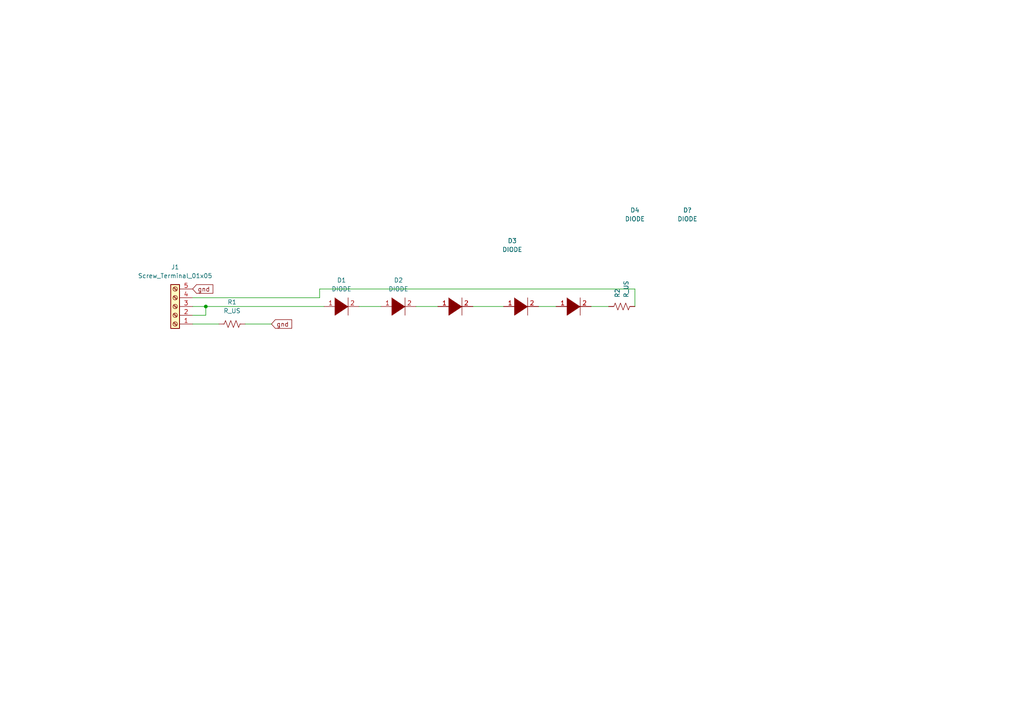
<source format=kicad_sch>
(kicad_sch (version 20211123) (generator eeschema)

  (uuid c5340805-8673-4147-9754-3e23fa1c00b8)

  (paper "A4")

  (lib_symbols
    (symbol "Connector:Screw_Terminal_01x05" (pin_names (offset 1.016) hide) (in_bom yes) (on_board yes)
      (property "Reference" "J" (id 0) (at 0 7.62 0)
        (effects (font (size 1.27 1.27)))
      )
      (property "Value" "Screw_Terminal_01x05" (id 1) (at 0 -7.62 0)
        (effects (font (size 1.27 1.27)))
      )
      (property "Footprint" "" (id 2) (at 0 0 0)
        (effects (font (size 1.27 1.27)) hide)
      )
      (property "Datasheet" "~" (id 3) (at 0 0 0)
        (effects (font (size 1.27 1.27)) hide)
      )
      (property "ki_keywords" "screw terminal" (id 4) (at 0 0 0)
        (effects (font (size 1.27 1.27)) hide)
      )
      (property "ki_description" "Generic screw terminal, single row, 01x05, script generated (kicad-library-utils/schlib/autogen/connector/)" (id 5) (at 0 0 0)
        (effects (font (size 1.27 1.27)) hide)
      )
      (property "ki_fp_filters" "TerminalBlock*:*" (id 6) (at 0 0 0)
        (effects (font (size 1.27 1.27)) hide)
      )
      (symbol "Screw_Terminal_01x05_1_1"
        (rectangle (start -1.27 6.35) (end 1.27 -6.35)
          (stroke (width 0.254) (type default) (color 0 0 0 0))
          (fill (type background))
        )
        (circle (center 0 -5.08) (radius 0.635)
          (stroke (width 0.1524) (type default) (color 0 0 0 0))
          (fill (type none))
        )
        (circle (center 0 -2.54) (radius 0.635)
          (stroke (width 0.1524) (type default) (color 0 0 0 0))
          (fill (type none))
        )
        (polyline
          (pts
            (xy -0.5334 -4.7498)
            (xy 0.3302 -5.588)
          )
          (stroke (width 0.1524) (type default) (color 0 0 0 0))
          (fill (type none))
        )
        (polyline
          (pts
            (xy -0.5334 -2.2098)
            (xy 0.3302 -3.048)
          )
          (stroke (width 0.1524) (type default) (color 0 0 0 0))
          (fill (type none))
        )
        (polyline
          (pts
            (xy -0.5334 0.3302)
            (xy 0.3302 -0.508)
          )
          (stroke (width 0.1524) (type default) (color 0 0 0 0))
          (fill (type none))
        )
        (polyline
          (pts
            (xy -0.5334 2.8702)
            (xy 0.3302 2.032)
          )
          (stroke (width 0.1524) (type default) (color 0 0 0 0))
          (fill (type none))
        )
        (polyline
          (pts
            (xy -0.5334 5.4102)
            (xy 0.3302 4.572)
          )
          (stroke (width 0.1524) (type default) (color 0 0 0 0))
          (fill (type none))
        )
        (polyline
          (pts
            (xy -0.3556 -4.572)
            (xy 0.508 -5.4102)
          )
          (stroke (width 0.1524) (type default) (color 0 0 0 0))
          (fill (type none))
        )
        (polyline
          (pts
            (xy -0.3556 -2.032)
            (xy 0.508 -2.8702)
          )
          (stroke (width 0.1524) (type default) (color 0 0 0 0))
          (fill (type none))
        )
        (polyline
          (pts
            (xy -0.3556 0.508)
            (xy 0.508 -0.3302)
          )
          (stroke (width 0.1524) (type default) (color 0 0 0 0))
          (fill (type none))
        )
        (polyline
          (pts
            (xy -0.3556 3.048)
            (xy 0.508 2.2098)
          )
          (stroke (width 0.1524) (type default) (color 0 0 0 0))
          (fill (type none))
        )
        (polyline
          (pts
            (xy -0.3556 5.588)
            (xy 0.508 4.7498)
          )
          (stroke (width 0.1524) (type default) (color 0 0 0 0))
          (fill (type none))
        )
        (circle (center 0 0) (radius 0.635)
          (stroke (width 0.1524) (type default) (color 0 0 0 0))
          (fill (type none))
        )
        (circle (center 0 2.54) (radius 0.635)
          (stroke (width 0.1524) (type default) (color 0 0 0 0))
          (fill (type none))
        )
        (circle (center 0 5.08) (radius 0.635)
          (stroke (width 0.1524) (type default) (color 0 0 0 0))
          (fill (type none))
        )
        (pin passive line (at -5.08 5.08 0) (length 3.81)
          (name "Pin_1" (effects (font (size 1.27 1.27))))
          (number "1" (effects (font (size 1.27 1.27))))
        )
        (pin passive line (at -5.08 2.54 0) (length 3.81)
          (name "Pin_2" (effects (font (size 1.27 1.27))))
          (number "2" (effects (font (size 1.27 1.27))))
        )
        (pin passive line (at -5.08 0 0) (length 3.81)
          (name "Pin_3" (effects (font (size 1.27 1.27))))
          (number "3" (effects (font (size 1.27 1.27))))
        )
        (pin passive line (at -5.08 -2.54 0) (length 3.81)
          (name "Pin_4" (effects (font (size 1.27 1.27))))
          (number "4" (effects (font (size 1.27 1.27))))
        )
        (pin passive line (at -5.08 -5.08 0) (length 3.81)
          (name "Pin_5" (effects (font (size 1.27 1.27))))
          (number "5" (effects (font (size 1.27 1.27))))
        )
      )
    )
    (symbol "Device:R_US" (pin_numbers hide) (pin_names (offset 0)) (in_bom yes) (on_board yes)
      (property "Reference" "R" (id 0) (at 2.54 0 90)
        (effects (font (size 1.27 1.27)))
      )
      (property "Value" "R_US" (id 1) (at -2.54 0 90)
        (effects (font (size 1.27 1.27)))
      )
      (property "Footprint" "" (id 2) (at 1.016 -0.254 90)
        (effects (font (size 1.27 1.27)) hide)
      )
      (property "Datasheet" "~" (id 3) (at 0 0 0)
        (effects (font (size 1.27 1.27)) hide)
      )
      (property "ki_keywords" "R res resistor" (id 4) (at 0 0 0)
        (effects (font (size 1.27 1.27)) hide)
      )
      (property "ki_description" "Resistor, US symbol" (id 5) (at 0 0 0)
        (effects (font (size 1.27 1.27)) hide)
      )
      (property "ki_fp_filters" "R_*" (id 6) (at 0 0 0)
        (effects (font (size 1.27 1.27)) hide)
      )
      (symbol "R_US_0_1"
        (polyline
          (pts
            (xy 0 -2.286)
            (xy 0 -2.54)
          )
          (stroke (width 0) (type default) (color 0 0 0 0))
          (fill (type none))
        )
        (polyline
          (pts
            (xy 0 2.286)
            (xy 0 2.54)
          )
          (stroke (width 0) (type default) (color 0 0 0 0))
          (fill (type none))
        )
        (polyline
          (pts
            (xy 0 -0.762)
            (xy 1.016 -1.143)
            (xy 0 -1.524)
            (xy -1.016 -1.905)
            (xy 0 -2.286)
          )
          (stroke (width 0) (type default) (color 0 0 0 0))
          (fill (type none))
        )
        (polyline
          (pts
            (xy 0 0.762)
            (xy 1.016 0.381)
            (xy 0 0)
            (xy -1.016 -0.381)
            (xy 0 -0.762)
          )
          (stroke (width 0) (type default) (color 0 0 0 0))
          (fill (type none))
        )
        (polyline
          (pts
            (xy 0 2.286)
            (xy 1.016 1.905)
            (xy 0 1.524)
            (xy -1.016 1.143)
            (xy 0 0.762)
          )
          (stroke (width 0) (type default) (color 0 0 0 0))
          (fill (type none))
        )
      )
      (symbol "R_US_1_1"
        (pin passive line (at 0 3.81 270) (length 1.27)
          (name "~" (effects (font (size 1.27 1.27))))
          (number "1" (effects (font (size 1.27 1.27))))
        )
        (pin passive line (at 0 -3.81 90) (length 1.27)
          (name "~" (effects (font (size 1.27 1.27))))
          (number "2" (effects (font (size 1.27 1.27))))
        )
      )
    )
    (symbol "pspice:DIODE" (pin_names (offset 1.016) hide) (in_bom yes) (on_board yes)
      (property "Reference" "D" (id 0) (at 0 3.81 0)
        (effects (font (size 1.27 1.27)))
      )
      (property "Value" "DIODE" (id 1) (at 0 -4.445 0)
        (effects (font (size 1.27 1.27)))
      )
      (property "Footprint" "" (id 2) (at 0 0 0)
        (effects (font (size 1.27 1.27)) hide)
      )
      (property "Datasheet" "~" (id 3) (at 0 0 0)
        (effects (font (size 1.27 1.27)) hide)
      )
      (property "ki_keywords" "simulation" (id 4) (at 0 0 0)
        (effects (font (size 1.27 1.27)) hide)
      )
      (property "ki_description" "Diode symbol for simulation only. Pin order incompatible with official kicad footprints" (id 5) (at 0 0 0)
        (effects (font (size 1.27 1.27)) hide)
      )
      (symbol "DIODE_0_1"
        (polyline
          (pts
            (xy 1.905 2.54)
            (xy 1.905 -2.54)
          )
          (stroke (width 0) (type default) (color 0 0 0 0))
          (fill (type none))
        )
        (polyline
          (pts
            (xy -1.905 2.54)
            (xy -1.905 -2.54)
            (xy 1.905 0)
          )
          (stroke (width 0) (type default) (color 0 0 0 0))
          (fill (type outline))
        )
      )
      (symbol "DIODE_1_1"
        (pin input line (at -5.08 0 0) (length 3.81)
          (name "K" (effects (font (size 1.27 1.27))))
          (number "1" (effects (font (size 1.27 1.27))))
        )
        (pin input line (at 5.08 0 180) (length 3.81)
          (name "A" (effects (font (size 1.27 1.27))))
          (number "2" (effects (font (size 1.27 1.27))))
        )
      )
    )
  )

  (junction (at 59.69 88.9) (diameter 0) (color 0 0 0 0)
    (uuid 7da66639-ef47-41f3-ba20-e75d25c7f3e6)
  )

  (wire (pts (xy 93.98 88.9) (xy 59.69 88.9))
    (stroke (width 0) (type default) (color 0 0 0 0))
    (uuid 02854666-19c1-40f6-9d44-1b2b07774a41)
  )
  (wire (pts (xy 55.88 86.36) (xy 92.71 86.36))
    (stroke (width 0) (type default) (color 0 0 0 0))
    (uuid 1bf96a85-db2c-428f-b3e6-2ef7f8f02eaf)
  )
  (wire (pts (xy 137.16 88.9) (xy 146.05 88.9))
    (stroke (width 0) (type default) (color 0 0 0 0))
    (uuid 224e82a4-e0d0-4f92-91cb-f63960663a3a)
  )
  (wire (pts (xy 171.45 88.9) (xy 176.53 88.9))
    (stroke (width 0) (type default) (color 0 0 0 0))
    (uuid 4eae0c94-f2a9-408f-979e-dae99e4b6922)
  )
  (wire (pts (xy 92.71 83.82) (xy 92.71 86.36))
    (stroke (width 0) (type default) (color 0 0 0 0))
    (uuid 51289f04-6d4d-4f87-961a-da88f7f98eea)
  )
  (wire (pts (xy 59.69 91.44) (xy 59.69 88.9))
    (stroke (width 0) (type default) (color 0 0 0 0))
    (uuid 53239e81-cd91-4d97-8177-5f361cde69fa)
  )
  (wire (pts (xy 71.12 93.98) (xy 78.74 93.98))
    (stroke (width 0) (type default) (color 0 0 0 0))
    (uuid 5cce729a-6f1a-468f-a25a-a3d4c2d5e6c6)
  )
  (wire (pts (xy 156.21 88.9) (xy 161.29 88.9))
    (stroke (width 0) (type default) (color 0 0 0 0))
    (uuid 6716a9a6-43a6-4a43-bfcb-7890682a3004)
  )
  (wire (pts (xy 92.71 83.82) (xy 184.15 83.82))
    (stroke (width 0) (type default) (color 0 0 0 0))
    (uuid 7965e2c5-5327-471a-aa3b-67191fddcd81)
  )
  (wire (pts (xy 55.88 93.98) (xy 63.5 93.98))
    (stroke (width 0) (type default) (color 0 0 0 0))
    (uuid 9578322f-ed0c-467c-b20d-41b26c1bf75f)
  )
  (wire (pts (xy 104.14 88.9) (xy 110.49 88.9))
    (stroke (width 0) (type default) (color 0 0 0 0))
    (uuid 98dd5110-a7e1-4683-b7d8-2cdf9cd2c1dd)
  )
  (wire (pts (xy 59.69 88.9) (xy 55.88 88.9))
    (stroke (width 0) (type default) (color 0 0 0 0))
    (uuid b3491d03-08e5-459c-8566-cef2baea89ea)
  )
  (wire (pts (xy 184.15 88.9) (xy 184.15 83.82))
    (stroke (width 0) (type default) (color 0 0 0 0))
    (uuid ba33f23b-b6a7-41b5-a1c4-10bcb1e9cd8b)
  )
  (wire (pts (xy 55.88 91.44) (xy 59.69 91.44))
    (stroke (width 0) (type default) (color 0 0 0 0))
    (uuid fcf8b2e8-1378-4ba1-8d28-467798e112c5)
  )
  (wire (pts (xy 120.65 88.9) (xy 127 88.9))
    (stroke (width 0) (type default) (color 0 0 0 0))
    (uuid fdd5c07c-2a90-4128-a407-017208bee323)
  )

  (global_label "gnd" (shape input) (at 55.88 83.82 0) (fields_autoplaced)
    (effects (font (size 1.27 1.27)) (justify left))
    (uuid 288490b1-42a3-4f12-bfc5-65daae3c3e54)
    (property "Intersheet References" "${INTERSHEET_REFS}" (id 0) (at 61.7402 83.7406 0)
      (effects (font (size 1.27 1.27)) (justify left) hide)
    )
  )
  (global_label "gnd" (shape input) (at 78.74 93.98 0) (fields_autoplaced)
    (effects (font (size 1.27 1.27)) (justify left))
    (uuid bbbe7e6c-ef6f-4036-a108-2de15e202d9d)
    (property "Intersheet References" "${INTERSHEET_REFS}" (id 0) (at 84.6002 93.9006 0)
      (effects (font (size 1.27 1.27)) (justify left) hide)
    )
  )

  (symbol (lib_id "pspice:DIODE") (at 151.13 88.9 0) (unit 1)
    (in_bom yes) (on_board yes)
    (uuid 0bb5d674-6add-4705-865e-b404d9435e7b)
    (property "Reference" "D4" (id 0) (at 184.15 60.96 0))
    (property "Value" "DIODE" (id 1) (at 184.15 63.5 0))
    (property "Footprint" "Diode_THT:D_DO-35_SOD27_P7.62mm_Horizontal" (id 2) (at 151.13 88.9 0)
      (effects (font (size 1.27 1.27)) hide)
    )
    (property "Datasheet" "~" (id 3) (at 151.13 88.9 0)
      (effects (font (size 1.27 1.27)) hide)
    )
    (pin "1" (uuid d072cf1f-4b81-406d-9856-daafe2f9b8d0))
    (pin "2" (uuid 69b3cfa3-5ce9-4efa-b605-e3af6b8755f4))
  )

  (symbol (lib_id "pspice:DIODE") (at 99.06 88.9 0) (unit 1)
    (in_bom yes) (on_board yes) (fields_autoplaced)
    (uuid 2b25a779-9f0c-4073-8c32-afc3d4bce258)
    (property "Reference" "D1" (id 0) (at 99.06 81.28 0))
    (property "Value" "DIODE" (id 1) (at 99.06 83.82 0))
    (property "Footprint" "Diode_THT:D_DO-35_SOD27_P7.62mm_Horizontal" (id 2) (at 99.06 88.9 0)
      (effects (font (size 1.27 1.27)) hide)
    )
    (property "Datasheet" "~" (id 3) (at 99.06 88.9 0)
      (effects (font (size 1.27 1.27)) hide)
    )
    (pin "1" (uuid 0470482c-ab37-4309-ae25-7bb25ca29249))
    (pin "2" (uuid c76b1ff6-475a-4146-b64d-54f56720d442))
  )

  (symbol (lib_id "Device:R_US") (at 67.31 93.98 90) (unit 1)
    (in_bom yes) (on_board yes) (fields_autoplaced)
    (uuid 78d62dff-38f2-4765-b98d-190ab6963a53)
    (property "Reference" "R1" (id 0) (at 67.31 87.63 90))
    (property "Value" "R_US" (id 1) (at 67.31 90.17 90))
    (property "Footprint" "Resistor_THT:R_Axial_DIN0207_L6.3mm_D2.5mm_P10.16mm_Horizontal" (id 2) (at 67.564 92.964 90)
      (effects (font (size 1.27 1.27)) hide)
    )
    (property "Datasheet" "~" (id 3) (at 67.31 93.98 0)
      (effects (font (size 1.27 1.27)) hide)
    )
    (pin "1" (uuid 2f05ec73-d645-4e9f-bf2b-d8b513817717))
    (pin "2" (uuid cdc64560-bc74-4492-a551-a453f166d85e))
  )

  (symbol (lib_id "pspice:DIODE") (at 132.08 88.9 0) (unit 1)
    (in_bom yes) (on_board yes)
    (uuid 85bf17df-47ff-4f5e-a410-2679c7b6baa7)
    (property "Reference" "D3" (id 0) (at 148.59 69.85 0))
    (property "Value" "DIODE" (id 1) (at 148.59 72.39 0))
    (property "Footprint" "Diode_THT:D_DO-35_SOD27_P7.62mm_Horizontal" (id 2) (at 132.08 88.9 0)
      (effects (font (size 1.27 1.27)) hide)
    )
    (property "Datasheet" "~" (id 3) (at 132.08 88.9 0)
      (effects (font (size 1.27 1.27)) hide)
    )
    (pin "1" (uuid 61494bea-98ea-4e94-8c59-f1cac06edb5b))
    (pin "2" (uuid 55762a29-9d7e-4118-84ea-66bbdc773016))
  )

  (symbol (lib_id "pspice:DIODE") (at 115.57 88.9 0) (unit 1)
    (in_bom yes) (on_board yes) (fields_autoplaced)
    (uuid b43471ab-039b-4a8b-9f91-91657bbeef11)
    (property "Reference" "D2" (id 0) (at 115.57 81.28 0))
    (property "Value" "DIODE" (id 1) (at 115.57 83.82 0))
    (property "Footprint" "Diode_THT:D_DO-35_SOD27_P7.62mm_Horizontal" (id 2) (at 115.57 88.9 0)
      (effects (font (size 1.27 1.27)) hide)
    )
    (property "Datasheet" "~" (id 3) (at 115.57 88.9 0)
      (effects (font (size 1.27 1.27)) hide)
    )
    (pin "1" (uuid 4a6419c0-f977-40d5-8c53-59f4e159b18b))
    (pin "2" (uuid 2619fbce-4c65-43ca-8c44-47b1e054f167))
  )

  (symbol (lib_id "pspice:DIODE") (at 166.37 88.9 0) (unit 1)
    (in_bom yes) (on_board yes)
    (uuid e09c66ce-f69b-45b2-bdcf-18ee1b949273)
    (property "Reference" "D?" (id 0) (at 199.39 60.96 0))
    (property "Value" "DIODE" (id 1) (at 199.39 63.5 0))
    (property "Footprint" "Diode_THT:D_DO-35_SOD27_P7.62mm_Horizontal" (id 2) (at 166.37 88.9 0)
      (effects (font (size 1.27 1.27)) hide)
    )
    (property "Datasheet" "~" (id 3) (at 166.37 88.9 0)
      (effects (font (size 1.27 1.27)) hide)
    )
    (pin "1" (uuid 9098163a-f386-4b06-b41e-9a60ed10b75c))
    (pin "2" (uuid e7f3ebbb-ba41-4a0d-a895-4e00d4e42a54))
  )

  (symbol (lib_id "Device:R_US") (at 180.34 88.9 90) (unit 1)
    (in_bom yes) (on_board yes) (fields_autoplaced)
    (uuid ec41f08a-dea9-4b2a-91fc-593e5a125909)
    (property "Reference" "R2" (id 0) (at 179.0699 86.36 0)
      (effects (font (size 1.27 1.27)) (justify left))
    )
    (property "Value" "R_US" (id 1) (at 181.6099 86.36 0)
      (effects (font (size 1.27 1.27)) (justify left))
    )
    (property "Footprint" "Resistor_THT:R_Axial_DIN0204_L3.6mm_D1.6mm_P7.62mm_Horizontal" (id 2) (at 180.594 87.884 90)
      (effects (font (size 1.27 1.27)) hide)
    )
    (property "Datasheet" "~" (id 3) (at 180.34 88.9 0)
      (effects (font (size 1.27 1.27)) hide)
    )
    (pin "1" (uuid b837245b-0087-454c-89fe-b45ee3e647f0))
    (pin "2" (uuid e3e3891d-72db-45d6-b313-d35e7305ab25))
  )

  (symbol (lib_id "Connector:Screw_Terminal_01x05") (at 50.8 88.9 180) (unit 1)
    (in_bom yes) (on_board yes) (fields_autoplaced)
    (uuid f285b99b-bfbf-4185-8aae-8cf27514c9c3)
    (property "Reference" "J1" (id 0) (at 50.8 77.47 0))
    (property "Value" "Screw_Terminal_01x05" (id 1) (at 50.8 80.01 0))
    (property "Footprint" "TerminalBlock_Altech:Altech_AK300_1x05_P5.00mm_45-Degree" (id 2) (at 50.8 88.9 0)
      (effects (font (size 1.27 1.27)) hide)
    )
    (property "Datasheet" "~" (id 3) (at 50.8 88.9 0)
      (effects (font (size 1.27 1.27)) hide)
    )
    (pin "1" (uuid d4009a42-3903-41a7-a162-a907e1da50f8))
    (pin "2" (uuid 3f093cbf-f235-4068-9f8c-b262f5a27f8b))
    (pin "3" (uuid 23259b6d-10c4-48e7-96c9-bda1391605a5))
    (pin "4" (uuid d75f7bc5-cf76-432e-9b47-a6ef41f58188))
    (pin "5" (uuid e803334b-b255-4303-8ab3-61c340d9a4f5))
  )

  (sheet_instances
    (path "/" (page "1"))
  )

  (symbol_instances
    (path "/2b25a779-9f0c-4073-8c32-afc3d4bce258"
      (reference "D1") (unit 1) (value "DIODE") (footprint "Diode_THT:D_DO-35_SOD27_P7.62mm_Horizontal")
    )
    (path "/b43471ab-039b-4a8b-9f91-91657bbeef11"
      (reference "D2") (unit 1) (value "DIODE") (footprint "Diode_THT:D_DO-35_SOD27_P7.62mm_Horizontal")
    )
    (path "/85bf17df-47ff-4f5e-a410-2679c7b6baa7"
      (reference "D3") (unit 1) (value "DIODE") (footprint "Diode_THT:D_DO-35_SOD27_P7.62mm_Horizontal")
    )
    (path "/0bb5d674-6add-4705-865e-b404d9435e7b"
      (reference "D4") (unit 1) (value "DIODE") (footprint "Diode_THT:D_DO-35_SOD27_P7.62mm_Horizontal")
    )
    (path "/e09c66ce-f69b-45b2-bdcf-18ee1b949273"
      (reference "D?") (unit 1) (value "DIODE") (footprint "Diode_THT:D_DO-35_SOD27_P7.62mm_Horizontal")
    )
    (path "/f285b99b-bfbf-4185-8aae-8cf27514c9c3"
      (reference "J1") (unit 1) (value "Screw_Terminal_01x05") (footprint "TerminalBlock_Altech:Altech_AK300_1x05_P5.00mm_45-Degree")
    )
    (path "/78d62dff-38f2-4765-b98d-190ab6963a53"
      (reference "R1") (unit 1) (value "R_US") (footprint "Resistor_THT:R_Axial_DIN0207_L6.3mm_D2.5mm_P10.16mm_Horizontal")
    )
    (path "/ec41f08a-dea9-4b2a-91fc-593e5a125909"
      (reference "R2") (unit 1) (value "R_US") (footprint "Resistor_THT:R_Axial_DIN0204_L3.6mm_D1.6mm_P7.62mm_Horizontal")
    )
  )
)

</source>
